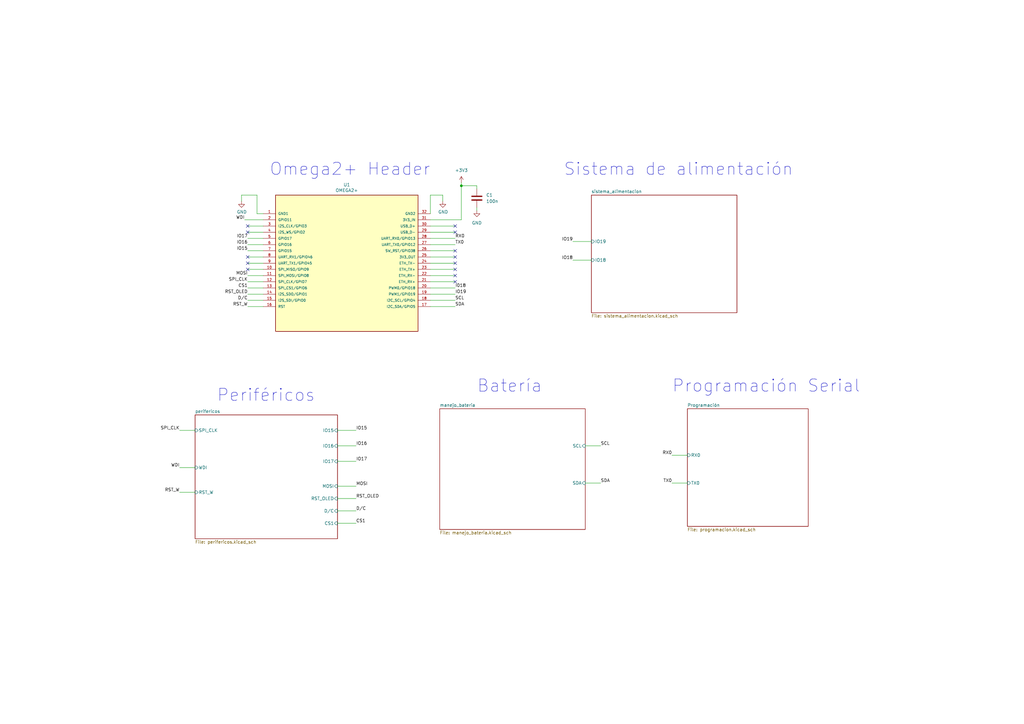
<source format=kicad_sch>
(kicad_sch (version 20211123) (generator eeschema)
  (paper "A3")
  (lib_symbols
    (symbol "Device:C" (pin_numbers hide) (pin_names (offset 0.254))
      (property "Reference" "C" (at 0.635 2.54 0))
      (property "Value" "C" (at 0.635 -2.54 0))
      (symbol "C_0_1"
        (polyline (pts (xy -2.032 -0.762) (xy 2.032 -0.762)) (stroke (width 0.508)))
        (polyline (pts (xy -2.032 0.762) (xy 2.032 0.762)) (stroke (width 0.508)))
      )
      (symbol "C_1_1"
        (pin passive line (at 0 3.81 270) (length 2.794) (name "~") (number "1"))
        (pin passive line (at 0 -3.81 90) (length 2.794) (name "~") (number "2"))
      )
    )
    (symbol "hardware_SI-rescue:OMEGA2+-OMEGA2_" (pin_names (offset 1.016))
      (property "Reference" "U1" (at 1.27 44.8818 0))
      (property "Value" "OMEGA2+" (at 1.27 42.5704 0))
      (symbol "OMEGA2+-OMEGA2__0_0"
        (rectangle (start -27.94 -15.24) (end 30.48 40.64) (stroke (width 0.254)) (fill (type background)))
        (pin power_in line (at -33.02 33.02 0) (length 5.08) (name "GND1") (number "1"))
        (pin bidirectional line (at -33.02 10.16 0) (length 5.08) (name "SPI_MISO/GPIO9") (number "10"))
        (pin bidirectional line (at -33.02 7.62 0) (length 5.08) (name "SPI_MOSI/GPIO8") (number "11"))
        (pin bidirectional line (at -33.02 5.08 0) (length 5.08) (name "SPI_CLK/GPIO7") (number "12"))
        (pin bidirectional line (at -33.02 2.54 0) (length 5.08) (name "SPI_CS1/GPIO6") (number "13"))
        (pin bidirectional line (at -33.02 0 0) (length 5.08) (name "I2S_SDO/GPIO1") (number "14"))
        (pin bidirectional line (at -33.02 -2.54 0) (length 5.08) (name "I2S_SDI/GPIO0") (number "15"))
        (pin bidirectional line (at -33.02 -5.08 0) (length 5.08) (name "RST") (number "16"))
        (pin bidirectional line (at 35.56 -5.08 180) (length 5.08) (name "I2C_SDA/GPIO5") (number "17"))
        (pin bidirectional line (at 35.56 -2.54 180) (length 5.08) (name "I2C_SCL/GPIO4") (number "18"))
        (pin bidirectional line (at 35.56 0 180) (length 5.08) (name "PWM1/GPIO19") (number "19"))
        (pin bidirectional line (at -33.02 30.48 0) (length 5.08) (name "GPIO11") (number "2"))
        (pin bidirectional line (at 35.56 2.54 180) (length 5.08) (name "PWM0/GPIO18") (number "20"))
        (pin bidirectional line (at 35.56 5.08 180) (length 5.08) (name "ETH_RX+") (number "21"))
        (pin bidirectional line (at 35.56 7.62 180) (length 5.08) (name "ETH_RX-") (number "22"))
        (pin bidirectional line (at 35.56 10.16 180) (length 5.08) (name "ETH_TX+") (number "23"))
        (pin bidirectional line (at 35.56 12.7 180) (length 5.08) (name "ETH_TX-") (number "24"))
        (pin bidirectional line (at 35.56 15.24 180) (length 5.08) (name "3V3_OUT") (number "25"))
        (pin bidirectional line (at 35.56 17.78 180) (length 5.08) (name "SW_RST/GPIO38") (number "26"))
        (pin bidirectional line (at 35.56 20.32 180) (length 5.08) (name "UART_TX0/GPIO12") (number "27"))
        (pin bidirectional line (at 35.56 22.86 180) (length 5.08) (name "UART_RX0/GPIO13") (number "28"))
        (pin bidirectional line (at 35.56 25.4 180) (length 5.08) (name "USB_D-") (number "29"))
        (pin bidirectional line (at -33.02 27.94 0) (length 5.08) (name "I2S_CLK/GPIO3") (number "3"))
        (pin bidirectional line (at 35.56 27.94 180) (length 5.08) (name "USB_D+") (number "30"))
        (pin power_in line (at 35.56 30.48 180) (length 5.08) (name "3V3_IN") (number "31"))
        (pin power_in line (at 35.56 33.02 180) (length 5.08) (name "GND2") (number "32"))
        (pin bidirectional line (at -33.02 25.4 0) (length 5.08) (name "I2S_WS/GPIO2") (number "4"))
        (pin bidirectional line (at -33.02 22.86 0) (length 5.08) (name "GPIO17") (number "5"))
        (pin bidirectional line (at -33.02 20.32 0) (length 5.08) (name "GPIO16") (number "6"))
        (pin bidirectional line (at -33.02 17.78 0) (length 5.08) (name "GPIO15") (number "7"))
        (pin bidirectional line (at -33.02 15.24 0) (length 5.08) (name "UART_RX1/GPIO46") (number "8"))
        (pin bidirectional line (at -33.02 12.7 0) (length 5.08) (name "UART_TX1/GPIO45") (number "9"))
      )
    )
    (symbol "power:+3.3V" (power) (pin_names (offset 0))
      (property "Value" "+3.3V" (at 0 3.556 0))
      (symbol "+3.3V_0_1"
        (polyline (pts (xy -0.762 1.27) (xy 0 2.54)))
        (polyline (pts (xy 0 0) (xy 0 2.54)))
        (polyline (pts (xy 0 2.54) (xy 0.762 1.27)))
      )
      (symbol "+3.3V_1_1"
        (pin power_in line (at 0 0 90) (length 0) hide (name "+3V3") (number "1"))
      )
    )
    (symbol "power:GND" (power) (pin_names (offset 0))
      (property "Value" "GND" (at 0 -3.81 0))
      (symbol "GND_0_1"
        (polyline (pts (xy 0 0) (xy 0 -1.27) (xy 1.27 -1.27) (xy 0 -2.54) (xy -1.27 -1.27) (xy 0 -1.27)))
      )
      (symbol "GND_1_1"
        (pin power_in line (at 0 0 270) (length 0) hide (name "GND") (number "1"))
      )
    )
  )
  (junction (at 189.23 76.2))
  (no_connect (at 101.6 105.41))
  (no_connect (at 101.6 110.49))
  (no_connect (at 101.6 107.95))
  (no_connect (at 186.69 95.25))
  (no_connect (at 186.69 92.71))
  (no_connect (at 101.6 92.71))
  (no_connect (at 101.6 95.25))
  (no_connect (at 186.69 102.87))
  (no_connect (at 186.69 115.57))
  (no_connect (at 186.69 105.41))
  (no_connect (at 186.69 113.03))
  (no_connect (at 186.69 107.95))
  (no_connect (at 186.69 110.49))
  (wire (pts (xy 107.95 123.19) (xy 101.6 123.19)))
  (wire (pts (xy 176.53 125.73) (xy 186.69 125.73)))
  (wire (pts (xy 107.95 113.03) (xy 101.6 113.03)))
  (wire (pts (xy 176.53 107.95) (xy 186.69 107.95)))
  (wire (pts (xy 181.61 80.01) (xy 181.61 82.55)))
  (wire (pts (xy 176.53 123.19) (xy 186.69 123.19)))
  (wire (pts (xy 73.66 191.77) (xy 80.01 191.77)))
  (wire (pts (xy 234.95 106.68) (xy 242.57 106.68)))
  (wire (pts (xy 138.43 189.23) (xy 146.05 189.23)))
  (wire (pts (xy 176.53 102.87) (xy 186.69 102.87)))
  (wire (pts (xy 107.95 115.57) (xy 101.6 115.57)))
  (wire (pts (xy 107.95 105.41) (xy 101.6 105.41)))
  (wire (pts (xy 138.43 176.53) (xy 146.05 176.53)))
  (wire (pts (xy 107.95 110.49) (xy 101.6 110.49)))
  (wire (pts (xy 107.95 95.25) (xy 101.6 95.25)))
  (wire (pts (xy 176.53 110.49) (xy 186.69 110.49)))
  (wire (pts (xy 99.06 80.01) (xy 99.06 82.55)))
  (wire (pts (xy 107.95 87.63) (xy 105.41 87.63)))
  (wire (pts (xy 138.43 182.88) (xy 146.05 182.88)))
  (wire (pts (xy 105.41 80.01) (xy 99.06 80.01)))
  (wire (pts (xy 176.53 80.01) (xy 181.61 80.01)))
  (wire (pts (xy 240.03 182.88) (xy 246.38 182.88)))
  (wire (pts (xy 176.53 115.57) (xy 186.69 115.57)))
  (wire (pts (xy 138.43 214.63) (xy 146.05 214.63)))
  (wire (pts (xy 176.53 100.33) (xy 186.69 100.33)))
  (wire (pts (xy 189.23 76.2) (xy 189.23 90.17)))
  (wire (pts (xy 240.03 198.12) (xy 246.38 198.12)))
  (wire (pts (xy 107.95 107.95) (xy 101.6 107.95)))
  (wire (pts (xy 176.53 118.11) (xy 186.69 118.11)))
  (wire (pts (xy 107.95 125.73) (xy 101.6 125.73)))
  (wire (pts (xy 189.23 74.93) (xy 189.23 76.2)))
  (wire (pts (xy 176.53 92.71) (xy 186.69 92.71)))
  (wire (pts (xy 107.95 100.33) (xy 101.6 100.33)))
  (wire (pts (xy 275.59 186.69) (xy 281.94 186.69)))
  (wire (pts (xy 275.59 198.12) (xy 281.94 198.12)))
  (wire (pts (xy 195.58 85.09) (xy 195.58 86.36)))
  (wire (pts (xy 195.58 76.2) (xy 195.58 77.47)))
  (wire (pts (xy 176.53 97.79) (xy 186.69 97.79)))
  (wire (pts (xy 138.43 209.55) (xy 146.05 209.55)))
  (wire (pts (xy 107.95 118.11) (xy 101.6 118.11)))
  (wire (pts (xy 107.95 92.71) (xy 101.6 92.71)))
  (wire (pts (xy 242.57 99.06) (xy 234.95 99.06)))
  (wire (pts (xy 101.6 102.87) (xy 107.95 102.87)))
  (wire (pts (xy 176.53 120.65) (xy 186.69 120.65)))
  (wire (pts (xy 100.33 90.17) (xy 107.95 90.17)))
  (wire (pts (xy 73.66 201.93) (xy 80.01 201.93)))
  (wire (pts (xy 138.43 199.39) (xy 146.05 199.39)))
  (wire (pts (xy 195.58 76.2) (xy 189.23 76.2)))
  (wire (pts (xy 176.53 90.17) (xy 189.23 90.17)))
  (wire (pts (xy 73.66 176.53) (xy 80.01 176.53)))
  (wire (pts (xy 101.6 97.79) (xy 107.95 97.79)))
  (wire (pts (xy 176.53 95.25) (xy 186.69 95.25)))
  (wire (pts (xy 138.43 204.47) (xy 146.05 204.47)))
  (wire (pts (xy 176.53 87.63) (xy 176.53 80.01)))
  (wire (pts (xy 105.41 87.63) (xy 105.41 80.01)))
  (wire (pts (xy 176.53 105.41) (xy 186.69 105.41)))
  (wire (pts (xy 176.53 113.03) (xy 186.69 113.03)))
  (wire (pts (xy 107.95 120.65) (xy 101.6 120.65)))
  (text "Omega2+ Header" (at 110.49 72.39 0) (effects (font (size 5 5)) (justify left bottom)))
  (text "Programación Serial\n" (at 275.59 161.29 0) (effects (font (size 5 5)) (justify left bottom)))
  (text "Periféricos" (at 88.9 165.1 0) (effects (font (size 5 5)) (justify left bottom)))
  (text "Sistema de alimentación" (at 231.14 72.39 0) (effects (font (size 5 5)) (justify left bottom)))
  (text "Batería" (at 195.58 161.29 0) (effects (font (size 5 5)) (justify left bottom)))
  (label "D{slash}C" (at 146.05 209.55 0))
  (label "RST_OLED" (at 101.6 120.65 180))
  (label "RST_W" (at 101.6 125.73 180))
  (label "IO19" (at 234.95 99.06 180))
  (label "IO16" (at 101.6 100.33 180))
  (label "IO18" (at 234.95 106.68 180))
  (label "MOSI" (at 146.05 199.39 0))
  (label "I018" (at 186.69 118.11 0))
  (label "RX0" (at 275.59 186.69 180))
  (label "WDI" (at 73.66 191.77 180))
  (label "IO15" (at 101.6 102.87 180))
  (label "IO15" (at 146.05 176.53 0))
  (label "SCL" (at 186.69 123.19 0))
  (label "IO16" (at 146.05 182.88 0))
  (label "IO17" (at 146.05 189.23 0))
  (label "SCL" (at 246.38 182.88 0))
  (label "D{slash}C" (at 101.6 123.19 180))
  (label "SDA" (at 186.69 125.73 0))
  (label "SDA" (at 246.38 198.12 0))
  (label "RST_W" (at 73.66 201.93 180))
  (label "TX0" (at 275.59 198.12 180))
  (label "MOSI" (at 101.6 113.03 180))
  (label "IO19" (at 186.69 120.65 0))
  (label "RST_OLED" (at 146.05 204.47 0))
  (label "TX0" (at 186.69 100.33 0))
  (label "RX0" (at 186.69 97.79 0))
  (label "CS1" (at 101.6 118.11 180))
  (label "SPI_CLK" (at 73.66 176.53 180))
  (label "IO17" (at 101.6 97.79 180))
  (label "SPI_CLK" (at 101.6 115.57 180))
  (label "WDI" (at 100.33 90.17 180))
  (label "CS1" (at 146.05 214.63 0))
  (symbol (lib_id "hardware_SI-rescue:OMEGA2+-OMEGA2_") (at 140.97 120.65 0) (unit 1)
    (property "Reference" "U1" (at 142.24 75.7682 0))
    (property "Value" "OMEGA2+" (at 142.24 78.0796 0))
    (property "Footprint" "Module:Onion_Omega2+" (effects hide))
    (property "Datasheet" "https://s3.us-west-2.amazonaws.com/secure.notion-static.com/28718f9b-350a-4ebf-9c7b-f758d83f3f79/Omega2_Datasheet.pdf?X-Amz-Algorithm=AWS4-HMAC-SHA256&X-Amz-Content-Sha256=UNSIGNED-PAYLOAD&X-Amz-Credential=AKIAT73L2G45EIPT3X45%2F20220516%2Fus-west-2%2Fs3%2Faws4_request&X-Amz-Date=20220516T163604Z&X-Amz-Expires=86400&X-Amz-Signature=d8703c4ca72b362825af5130e1190c33926a0e29ee1d94b03f16a478de49cab4&X-Amz-SignedHeaders=host&response-content-disposition=filename%20%3D%22Omega2%2520Datasheet.pdf%22&x-id=GetObject" (effects hide))
    (property "FLASH" "32MB" (effects hide))
    (property "RAM" "128MB" (effects hide))
  )
  (symbol (lib_id "power:GND") (at 181.61 82.55 0) (unit 1)
    (property "Reference" "#PWR02" (effects hide))
    (property "Value" "GND" (at 181.737 86.9442 0))
  )
  (symbol (lib_id "power:GND") (at 99.06 82.55 0) (unit 1)
    (property "Reference" "#PWR01" (effects hide))
    (property "Value" "GND" (at 99.187 86.9442 0))
  )
  (symbol (lib_id "power:+3.3V") (at 189.23 74.93 0) (unit 1)
    (property "Reference" "#PWR03" (effects hide))
    (property "Value" "+3.3V" (at 189.23 69.85 0))
  )
  (symbol (lib_id "power:GND") (at 195.58 86.36 0) (unit 1)
    (property "Reference" "#PWR04" (effects hide))
    (property "Value" "GND" (at 195.58 91.44 0))
  )
  (symbol (lib_id "Device:C") (at 195.58 81.28 0) (unit 1)
    (property "Reference" "C1" (at 199.39 80.0099 0) (effects (justify left)))
    (property "Value" "100n" (at 199.39 82.5499 0) (effects (justify left)))
  )
  (sheet (at 80.01 170.18) (size 58.42 50.8) (stroke (width 0.1524))
    (property "Sheet name" "perifericos" (at 80.01 169.4684 0) (effects (justify left bottom)))
    (property "Sheet file" "perifericos.kicad_sch" (at 80.01 221.5646 0) (effects (justify left top)))
    (pin "IO16" input (at 138.43 182.88 0))
    (pin "IO17" input (at 138.43 189.23 0))
    (pin "IO15" input (at 138.43 176.53 0))
    (pin "CS1" input (at 138.43 214.63 0))
    (pin "RST_W" input (at 80.01 201.93 180))
    (pin "MOSI" input (at 138.43 199.39 0))
    (pin "RST_OLED" input (at 138.43 204.47 0))
    (pin "WDI" input (at 80.01 191.77 180))
    (pin "SPI_CLK" input (at 80.01 176.53 180))
    (pin "D{slash}C" input (at 138.43 209.55 0))
  )
  (sheet (at 180.34 167.64) (size 59.69 49.53) (stroke (width 0.1524))
    (property "Sheet name" "manejo_bateria" (at 180.34 166.9284 0) (effects (justify left bottom)))
    (property "Sheet file" "manejo_bateria.kicad_sch" (at 180.34 217.7546 0) (effects (justify left top)))
    (pin "SCL" input (at 240.03 182.88 0))
    (pin "SDA" input (at 240.03 198.12 0))
  )
  (sheet (at 281.94 167.64) (size 49.53 48.26) (stroke (width 0.1524))
    (property "Sheet name" "Programación" (at 281.94 166.9284 0) (effects (justify left bottom)))
    (property "Sheet file" "programacion.kicad_sch" (at 281.94 216.4846 0) (effects (justify left top)))
    (pin "RX0" input (at 281.94 186.69 180))
    (pin "TX0" input (at 281.94 198.12 180))
  )
  (sheet (at 242.57 80.01) (size 59.69 48.26) (stroke (width 0.1524))
    (property "Sheet name" "sistema_alimentacion" (at 242.57 79.2984 0) (effects (justify left bottom)))
    (property "Sheet file" "sistema_alimentacion.kicad_sch" (at 242.57 128.8546 0) (effects (justify left top)))
    (pin "IO18" input (at 242.57 106.68 180))
    (pin "IO19" input (at 242.57 99.06 180))
  )
)
</source>
